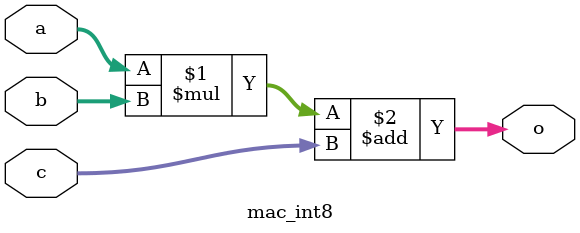
<source format=sv>

 `default_nettype none
 module mac_int8 #(
    parameter N = 8
 ) (
      input    logic [N-1:0]  a,
      input    logic [N-1:0]  b,
      input    logic [N-1:0]  c,
      output   logic [N-1:0]  o
   
      
 );
   assign o = a*b + c;
 endmodule
</source>
